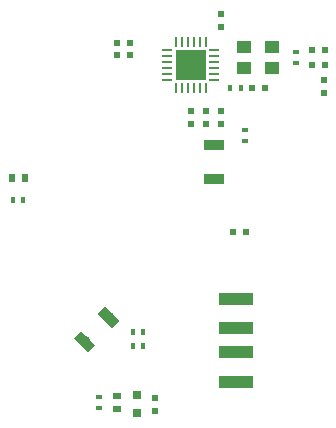
<source format=gtp>
G04 #@! TF.GenerationSoftware,KiCad,Pcbnew,5.1.4-e60b266~84~ubuntu19.04.1*
G04 #@! TF.CreationDate,2019-10-16T10:38:50-07:00*
G04 #@! TF.ProjectId,pmod-usb-analyser-openvizla,706d6f64-2d75-4736-922d-616e616c7973,rev?*
G04 #@! TF.SameCoordinates,PX26449c8PY4c8cf18*
G04 #@! TF.FileFunction,Paste,Top*
G04 #@! TF.FilePolarity,Positive*
%FSLAX46Y46*%
G04 Gerber Fmt 4.6, Leading zero omitted, Abs format (unit mm)*
G04 Created by KiCad (PCBNEW 5.1.4-e60b266~84~ubuntu19.04.1) date 2019-10-16 10:38:50*
%MOMM*%
%LPD*%
G04 APERTURE LIST*
%ADD10R,1.700000X0.900000*%
%ADD11C,0.900000*%
%ADD12C,0.100000*%
%ADD13R,2.879999X1.120000*%
%ADD14R,0.600000X0.500000*%
%ADD15R,1.300000X1.100000*%
%ADD16R,2.590800X2.590800*%
%ADD17R,0.807999X0.264800*%
%ADD18R,0.264800X0.807999*%
%ADD19R,0.400000X0.600000*%
%ADD20R,0.600000X0.400000*%
%ADD21R,0.600000X0.700000*%
%ADD22R,0.700000X0.600000*%
%ADD23R,0.500000X0.600000*%
%ADD24R,0.750000X0.800000*%
G04 APERTURE END LIST*
D10*
X20261580Y23013080D03*
X20261580Y25913080D03*
D11*
X9320970Y9257470D03*
D12*
G36*
X9603813Y8338231D02*
G01*
X8401731Y9540313D01*
X9038127Y10176709D01*
X10240209Y8974627D01*
X9603813Y8338231D01*
X9603813Y8338231D01*
G37*
D11*
X11371580Y11308080D03*
D12*
G36*
X11654423Y10388841D02*
G01*
X10452341Y11590923D01*
X11088737Y12227319D01*
X12290819Y11025237D01*
X11654423Y10388841D01*
X11654423Y10388841D01*
G37*
D13*
X22106480Y12864980D03*
X22106480Y10364981D03*
X22106480Y8364980D03*
X22106480Y5864980D03*
D14*
X22970580Y18547080D03*
X21870580Y18547080D03*
D15*
X22858080Y34179080D03*
X25158080Y34179080D03*
X25158080Y32379080D03*
X22858080Y32379080D03*
D16*
X18293080Y32644080D03*
D17*
X20259180Y33914080D03*
X20259180Y33406080D03*
X20259180Y32898080D03*
X20259180Y32390080D03*
X20259180Y31882080D03*
X20259180Y31374080D03*
D18*
X19563080Y30677980D03*
X19055080Y30677980D03*
X18547080Y30677980D03*
X18039080Y30677980D03*
X17531080Y30677980D03*
X17023080Y30677980D03*
D17*
X16326980Y31374080D03*
X16326980Y31882080D03*
X16326980Y32390080D03*
X16326980Y32898080D03*
X16326980Y33406080D03*
X16326980Y33914080D03*
D18*
X17023080Y34610180D03*
X17531080Y34610180D03*
X18039080Y34610180D03*
X18547080Y34610180D03*
X19055080Y34610180D03*
X19563080Y34610180D03*
D19*
X3238080Y21214080D03*
X4138080Y21214080D03*
D20*
X10546080Y3619080D03*
X10546080Y4519080D03*
X27183080Y32829080D03*
X27183080Y33729080D03*
D19*
X22553080Y30739080D03*
X21653080Y30739080D03*
D20*
X22928580Y27125080D03*
X22928580Y26225080D03*
D19*
X13398080Y10038080D03*
X14298080Y10038080D03*
X13398080Y8895080D03*
X14298080Y8895080D03*
D21*
X4238080Y23119080D03*
X3138080Y23119080D03*
D22*
X12070080Y4619080D03*
X12070080Y3519080D03*
D23*
X29596080Y30316080D03*
X29596080Y31416080D03*
D14*
X28538080Y33914080D03*
X29638080Y33914080D03*
X28538080Y32644080D03*
X29638080Y32644080D03*
X24558080Y30739080D03*
X23458080Y30739080D03*
X13128080Y34549080D03*
X12028080Y34549080D03*
X13128080Y33533080D03*
X12028080Y33533080D03*
D23*
X18293080Y28749080D03*
X18293080Y27649080D03*
X20833080Y35904080D03*
X20833080Y37004080D03*
X15245080Y4492080D03*
X15245080Y3392080D03*
X20833080Y28749080D03*
X20833080Y27649080D03*
D24*
X13721080Y3192080D03*
X13721080Y4692080D03*
D23*
X19563080Y28749080D03*
X19563080Y27649080D03*
M02*

</source>
